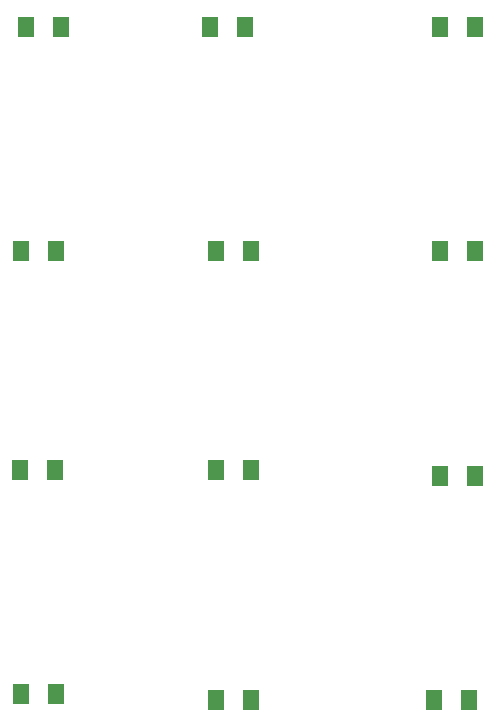
<source format=gbp>
%TF.GenerationSoftware,KiCad,Pcbnew,8.0.0*%
%TF.CreationDate,2024-03-18T12:55:46-04:00*%
%TF.ProjectId,mmp,6d6d702e-6b69-4636-9164-5f7063625858,rev?*%
%TF.SameCoordinates,Original*%
%TF.FileFunction,Paste,Bot*%
%TF.FilePolarity,Positive*%
%FSLAX46Y46*%
G04 Gerber Fmt 4.6, Leading zero omitted, Abs format (unit mm)*
G04 Created by KiCad (PCBNEW 8.0.0) date 2024-03-18 12:55:46*
%MOMM*%
%LPD*%
G01*
G04 APERTURE LIST*
G04 Aperture macros list*
%AMRoundRect*
0 Rectangle with rounded corners*
0 $1 Rounding radius*
0 $2 $3 $4 $5 $6 $7 $8 $9 X,Y pos of 4 corners*
0 Add a 4 corners polygon primitive as box body*
4,1,4,$2,$3,$4,$5,$6,$7,$8,$9,$2,$3,0*
0 Add four circle primitives for the rounded corners*
1,1,$1+$1,$2,$3*
1,1,$1+$1,$4,$5*
1,1,$1+$1,$6,$7*
1,1,$1+$1,$8,$9*
0 Add four rect primitives between the rounded corners*
20,1,$1+$1,$2,$3,$4,$5,0*
20,1,$1+$1,$4,$5,$6,$7,0*
20,1,$1+$1,$6,$7,$8,$9,0*
20,1,$1+$1,$8,$9,$2,$3,0*%
G04 Aperture macros list end*
%ADD10RoundRect,0.250001X-0.462499X-0.624999X0.462499X-0.624999X0.462499X0.624999X-0.462499X0.624999X0*%
%ADD11RoundRect,0.250001X0.462499X0.624999X-0.462499X0.624999X-0.462499X-0.624999X0.462499X-0.624999X0*%
G04 APERTURE END LIST*
D10*
%TO.C,D3*%
X136500000Y-61000000D03*
X139475000Y-61000000D03*
%TD*%
D11*
%TO.C,D4*%
X103955000Y-80000000D03*
X100980000Y-80000000D03*
%TD*%
D10*
%TO.C,D8*%
X117500000Y-98500000D03*
X120475000Y-98500000D03*
%TD*%
%TO.C,D2*%
X117000000Y-61035000D03*
X119975000Y-61035000D03*
%TD*%
%TO.C,D5*%
X117500000Y-80000000D03*
X120475000Y-80000000D03*
%TD*%
%TO.C,D6*%
X136500000Y-80000000D03*
X139475000Y-80000000D03*
%TD*%
%TO.C,D9*%
X136525000Y-99000000D03*
X139500000Y-99000000D03*
%TD*%
D11*
%TO.C,D1*%
X104442500Y-61000000D03*
X101467500Y-61000000D03*
%TD*%
D10*
%TO.C,D12*%
X136000000Y-118000000D03*
X138975000Y-118000000D03*
%TD*%
%TO.C,D11*%
X117535000Y-117965000D03*
X120510000Y-117965000D03*
%TD*%
D11*
%TO.C,D7*%
X103930000Y-98500000D03*
X100955000Y-98500000D03*
%TD*%
%TO.C,D10*%
X103965000Y-117477500D03*
X100990000Y-117477500D03*
%TD*%
M02*

</source>
